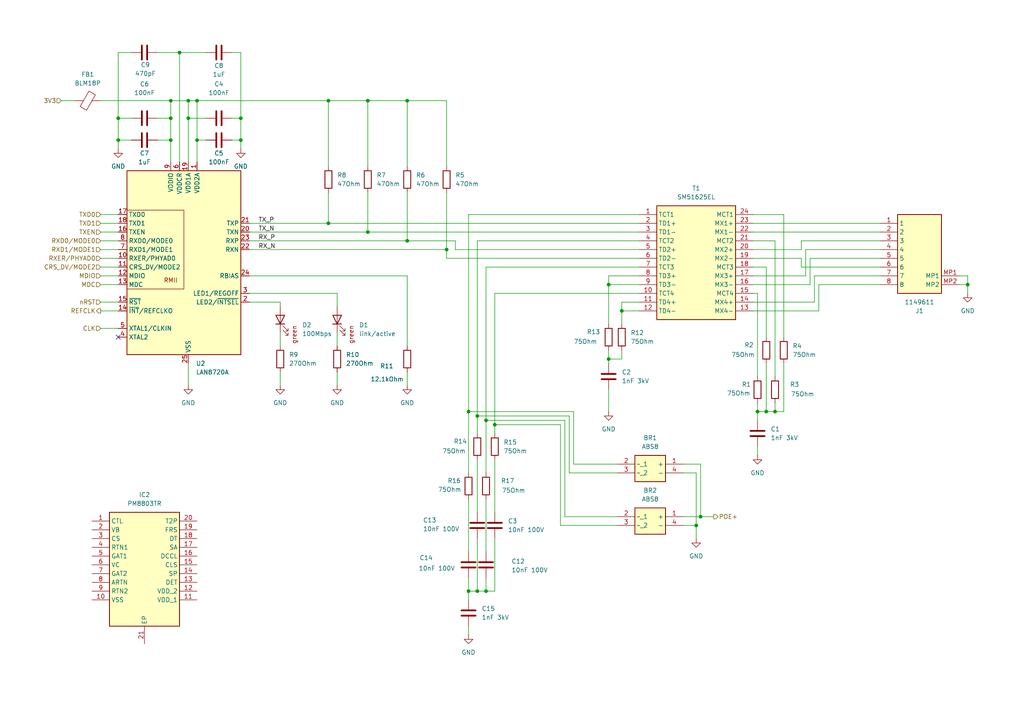
<source format=kicad_sch>
(kicad_sch (version 20231120) (generator "eeschema") (generator_version "8.0")
  (paper "A4")
  (lib_symbols
    (symbol "benediktibk:1149611"
      (property "Reference" "J" (at 19.05 7.62 0))
      (property "Value" "1149611" (at 19.05 5.08 0))
      (symbol "1149611_1_1"
        (rectangle (start 5.08 2.54) (end 17.78 -20.32) (stroke (width 0.254)) (fill (type background)))
        (pin passive line (at 0 -17.78 0) (length 5.08) (name "1") (number "1"))
        (pin passive line (at 0 -15.24 0) (length 5.08) (name "2") (number "2"))
        (pin passive line (at 0 -12.7 0) (length 5.08) (name "3") (number "3"))
        (pin passive line (at 0 -10.16 0) (length 5.08) (name "4") (number "4"))
        (pin passive line (at 0 -7.62 0) (length 5.08) (name "5") (number "5"))
        (pin passive line (at 0 -5.08 0) (length 5.08) (name "6") (number "6"))
        (pin passive line (at 0 -2.54 0) (length 5.08) (name "7") (number "7"))
        (pin passive line (at 0 0 0) (length 5.08) (name "8") (number "8"))
        (pin passive line (at 22.86 -2.54 180) (length 5.08) (name "MP1") (number "MP1"))
        (pin passive line (at 22.86 0 180) (length 5.08) (name "MP2") (number "MP2"))
      )
    )
    (symbol "benediktibk:ABS8"
      (property "Reference" "BR" (at 6.604 7.366 0))
      (property "Value" "ABS8" (at 6.604 4.826 0))
      (symbol "ABS8_1_1"
        (rectangle (start 5.08 2.54) (end 13.97 -5.08) (stroke (width 0.254)) (fill (type background)))
        (pin passive line (at 19.05 0 180) (length 5.08) (name "+") (number "1"))
        (pin passive line (at 0 0 0) (length 5.08) (name "~_1") (number "2"))
        (pin passive line (at 0 -2.54 0) (length 5.08) (name "~_2") (number "3"))
        (pin passive line (at 19.05 -2.54 180) (length 5.08) (name "-") (number "4"))
      )
    )
    (symbol "benediktibk:BLM18P" (pin_numbers hide) (pin_names (offset 0))
      (property "Reference" "FB" (at -3.81 0.635 90))
      (property "Value" "BLM18P" (at 3.81 0 90))
      (symbol "BLM18P_0_1"
        (polyline (pts (xy 0 -1.27) (xy 0 -1.2192)))
        (polyline (pts (xy 0 1.27) (xy 0 1.2954)))
        (polyline (pts (xy -2.7686 0.4064) (xy -1.7018 2.2606) (xy 2.7686 -0.3048) (xy 1.6764 -2.159) (xy -2.7686 0.4064)))
      )
      (symbol "BLM18P_1_1"
        (pin passive line (at 0 3.81 270) (length 2.54) (name "~") (number "1"))
        (pin passive line (at 0 -3.81 90) (length 2.54) (name "~") (number "2"))
      )
    )
    (symbol "benediktibk:C_100nF_SMD_0603_50V" (pin_numbers hide) (pin_names (offset 0.254))
      (property "Reference" "C" (at 0.635 2.54 0))
      (property "Value" "C_100nF_SMD_0603_50V" (at 0.635 -2.54 0))
      (symbol "C_100nF_SMD_0603_50V_0_1"
        (polyline (pts (xy -2.032 -0.762) (xy 2.032 -0.762)) (stroke (width 0.508)))
        (polyline (pts (xy -2.032 0.762) (xy 2.032 0.762)) (stroke (width 0.508)))
      )
      (symbol "C_100nF_SMD_0603_50V_1_1"
        (pin passive line (at 0 3.81 270) (length 2.794) (name "~") (number "1"))
        (pin passive line (at 0 -3.81 90) (length 2.794) (name "~") (number "2"))
      )
    )
    (symbol "benediktibk:C_10nF_SMD_0603_100V_10%" (pin_numbers hide) (pin_names (offset 0.254))
      (property "Reference" "C" (at 0.635 2.54 0))
      (property "Value" "C_10nF_SMD_0603_100V_10%" (at 0.635 -2.54 0))
      (symbol "C_10nF_SMD_0603_100V_10%_0_1"
        (polyline (pts (xy -2.032 -0.762) (xy 2.032 -0.762)) (stroke (width 0.508)))
        (polyline (pts (xy -2.032 0.762) (xy 2.032 0.762)) (stroke (width 0.508)))
      )
      (symbol "C_10nF_SMD_0603_100V_10%_1_1"
        (pin passive line (at 0 3.81 270) (length 2.794) (name "~") (number "1"))
        (pin passive line (at 0 -3.81 90) (length 2.794) (name "~") (number "2"))
      )
    )
    (symbol "benediktibk:C_1nF_SMD_1812_3kV_10%" (pin_numbers hide) (pin_names (offset 0.254))
      (property "Reference" "C" (at 0.635 2.54 0))
      (property "Value" "C_1nF_SMD_1812_3kV_10%" (at 0.635 -2.54 0))
      (symbol "C_1nF_SMD_1812_3kV_10%_0_1"
        (polyline (pts (xy -2.032 -0.762) (xy 2.032 -0.762)) (stroke (width 0.508)))
        (polyline (pts (xy -2.032 0.762) (xy 2.032 0.762)) (stroke (width 0.508)))
      )
      (symbol "C_1nF_SMD_1812_3kV_10%_1_1"
        (pin passive line (at 0 3.81 270) (length 2.794) (name "~") (number "1"))
        (pin passive line (at 0 -3.81 90) (length 2.794) (name "~") (number "2"))
      )
    )
    (symbol "benediktibk:C_1uF_SMD_0603_50V_10%" (pin_numbers hide) (pin_names (offset 0.254))
      (property "Reference" "C" (at 0.635 2.54 0))
      (property "Value" "C_1uF_SMD_0603_50V_10%" (at 0.635 -2.54 0))
      (symbol "C_1uF_SMD_0603_50V_10%_0_1"
        (polyline (pts (xy -2.032 -0.762) (xy 2.032 -0.762)) (stroke (width 0.508)))
        (polyline (pts (xy -2.032 0.762) (xy 2.032 0.762)) (stroke (width 0.508)))
      )
      (symbol "C_1uF_SMD_0603_50V_10%_1_1"
        (pin passive line (at 0 3.81 270) (length 2.794) (name "~") (number "1"))
        (pin passive line (at 0 -3.81 90) (length 2.794) (name "~") (number "2"))
      )
    )
    (symbol "benediktibk:C_470pF_SMD_0603_50V_5%" (pin_numbers hide) (pin_names (offset 0.254))
      (property "Reference" "C" (at 0.635 2.54 0))
      (property "Value" "C_470pF_SMD_0603_50V_5%" (at 0.635 -2.54 0))
      (symbol "C_470pF_SMD_0603_50V_5%_0_1"
        (polyline (pts (xy -2.032 -0.762) (xy 2.032 -0.762)) (stroke (width 0.508)))
        (polyline (pts (xy -2.032 0.762) (xy 2.032 0.762)) (stroke (width 0.508)))
      )
      (symbol "C_470pF_SMD_0603_50V_5%_1_1"
        (pin passive line (at 0 3.81 270) (length 2.794) (name "~") (number "1"))
        (pin passive line (at 0 -3.81 90) (length 2.794) (name "~") (number "2"))
      )
    )
    (symbol "benediktibk:LAN8720A"
      (property "Reference" "U" (at -13.97 29.21 0))
      (property "Value" "LAN8720A" (at 15.24 29.21 0))
      (symbol "LAN8720A_0_0"
        (text "RMII" (at -5.08 -3.81 0) (effects (font (size 1.27 1.27))))
      )
      (symbol "LAN8720A_0_1"
        (rectangle (start -17.78 27.94) (end 15.24 -25.4) (stroke (width 0.254)) (fill (type background)))
        (polyline (pts (xy -17.78 -6.35) (xy -1.27 -6.35) (xy -1.27 16.51) (xy -17.78 16.51)))
      )
      (symbol "LAN8720A_1_1"
        (pin power_in line (at 2.54 30.48 270) (length 2.54) (name "VDD2A") (number "1"))
        (pin output line (at -20.32 2.54 0) (length 2.54) (name "RXER/PHYAD0") (number "10"))
        (pin bidirectional line (at -20.32 0 0) (length 2.54) (name "CRS_DV/MODE2") (number "11"))
        (pin bidirectional line (at -20.32 -2.54 0) (length 2.54) (name "MDIO") (number "12"))
        (pin input line (at -20.32 -5.08 0) (length 2.54) (name "MDC") (number "13"))
        (pin output line (at -20.32 -12.7 0) (length 2.54) (name "~{INT}/REFCLKO") (number "14"))
        (pin input line (at -20.32 -10.16 0) (length 2.54) (name "~{RST}") (number "15"))
        (pin input line (at -20.32 10.16 0) (length 2.54) (name "TXEN") (number "16"))
        (pin input line (at -20.32 15.24 0) (length 2.54) (name "TXD0") (number "17"))
        (pin input line (at -20.32 12.7 0) (length 2.54) (name "TXD1") (number "18"))
        (pin power_in line (at 0 30.48 270) (length 2.54) (name "VDD1A") (number "19"))
        (pin bidirectional line (at 17.78 -10.16 180) (length 2.54) (name "LED2/~{INTSEL}") (number "2"))
        (pin bidirectional line (at 17.78 10.16 180) (length 2.54) (name "TXN") (number "20"))
        (pin bidirectional line (at 17.78 12.7 180) (length 2.54) (name "TXP") (number "21"))
        (pin bidirectional line (at 17.78 5.08 180) (length 2.54) (name "RXN") (number "22"))
        (pin bidirectional line (at 17.78 7.62 180) (length 2.54) (name "RXP") (number "23"))
        (pin passive line (at 17.78 -2.54 180) (length 2.54) (name "RBIAS") (number "24"))
        (pin power_in line (at 0 -27.94 90) (length 2.54) (name "VSS") (number "25"))
        (pin bidirectional line (at 17.78 -7.62 180) (length 2.54) (name "LED1/REGOFF") (number "3"))
        (pin output line (at -20.32 -20.32 0) (length 2.54) (name "XTAL2") (number "4"))
        (pin input line (at -20.32 -17.78 0) (length 2.54) (name "XTAL1/CLKIN") (number "5"))
        (pin power_in line (at -2.54 30.48 270) (length 2.54) (name "VDDCR") (number "6"))
        (pin bidirectional line (at -20.32 5.08 0) (length 2.54) (name "RXD1/MODE1") (number "7"))
        (pin bidirectional line (at -20.32 7.62 0) (length 2.54) (name "RXD0/MODE0") (number "8"))
        (pin power_in line (at -5.08 30.48 270) (length 2.54) (name "VDDIO") (number "9"))
      )
    )
    (symbol "benediktibk:LED_green_0603" (pin_numbers hide) (pin_names (offset 1.016) hide)
      (property "Reference" "D" (at 0 2.54 0))
      (property "Value" "LED_green_0603" (at 0 -2.54 0))
      (symbol "LED_green_0603_0_0"
        (text "green" (at -4.318 -4.064 0) (effects (font (size 1.27 1.27))))
      )
      (symbol "LED_green_0603_0_1"
        (polyline (pts (xy -1.27 -1.27) (xy -1.27 1.27)) (stroke (width 0.254)))
        (polyline (pts (xy -1.27 0) (xy 1.27 0)))
        (polyline (pts (xy 1.27 -1.27) (xy 1.27 1.27) (xy -1.27 0) (xy 1.27 -1.27)) (stroke (width 0.254)))
        (polyline (pts (xy -3.048 -0.762) (xy -4.572 -2.286) (xy -3.81 -2.286) (xy -4.572 -2.286) (xy -4.572 -1.524)))
        (polyline (pts (xy -1.778 -0.762) (xy -3.302 -2.286) (xy -2.54 -2.286) (xy -3.302 -2.286) (xy -3.302 -1.524)))
      )
      (symbol "LED_green_0603_1_1"
        (pin passive line (at -3.81 0 0) (length 2.54) (name "K") (number "1"))
        (pin passive line (at 3.81 0 180) (length 2.54) (name "A") (number "2"))
      )
    )
    (symbol "benediktibk:PM8803TR"
      (property "Reference" "IC" (at 26.67 7.62 0))
      (property "Value" "PM8803TR" (at 26.67 5.08 0))
      (symbol "PM8803TR_1_1"
        (rectangle (start 5.08 2.54) (end 25.4 -30.48) (stroke (width 0.254)) (fill (type background)))
        (pin passive line (at 0 0 0) (length 5.08) (name "CTL") (number "1"))
        (pin passive line (at 0 -22.86 0) (length 5.08) (name "VSS") (number "10"))
        (pin passive line (at 30.48 -22.86 180) (length 5.08) (name "VDD_1") (number "11"))
        (pin passive line (at 30.48 -20.32 180) (length 5.08) (name "VDD_2") (number "12"))
        (pin passive line (at 30.48 -17.78 180) (length 5.08) (name "DET") (number "13"))
        (pin passive line (at 30.48 -15.24 180) (length 5.08) (name "SP") (number "14"))
        (pin passive line (at 30.48 -12.7 180) (length 5.08) (name "CLS") (number "15"))
        (pin passive line (at 30.48 -10.16 180) (length 5.08) (name "DCCL") (number "16"))
        (pin passive line (at 30.48 -7.62 180) (length 5.08) (name "SA") (number "17"))
        (pin passive line (at 30.48 -5.08 180) (length 5.08) (name "DT") (number "18"))
        (pin passive line (at 30.48 -2.54 180) (length 5.08) (name "FRS") (number "19"))
        (pin passive line (at 0 -2.54 0) (length 5.08) (name "VB") (number "2"))
        (pin passive line (at 30.48 0 180) (length 5.08) (name "T2P") (number "20"))
        (pin passive line (at 15.24 -35.56 90) (length 5.08) (name "EP") (number "21"))
        (pin passive line (at 0 -5.08 0) (length 5.08) (name "CS") (number "3"))
        (pin passive line (at 0 -7.62 0) (length 5.08) (name "RTN1") (number "4"))
        (pin passive line (at 0 -10.16 0) (length 5.08) (name "GAT1") (number "5"))
        (pin passive line (at 0 -12.7 0) (length 5.08) (name "VC") (number "6"))
        (pin passive line (at 0 -15.24 0) (length 5.08) (name "GAT2") (number "7"))
        (pin passive line (at 0 -17.78 0) (length 5.08) (name "ARTN") (number "8"))
        (pin passive line (at 0 -20.32 0) (length 5.08) (name "RTN2") (number "9"))
      )
    )
    (symbol "benediktibk:R_12_1kOhm_SMD_0603_100mW_1%" (pin_numbers hide) (pin_names (offset 0))
      (property "Reference" "R" (at 2.032 0 90))
      (property "Value" "R_12_1kOhm_SMD_0603_100mW_1%" (at -5.588 -1.016 90))
      (symbol "R_12_1kOhm_SMD_0603_100mW_1%_0_1"
        (rectangle (start -1.016 -2.54) (end 1.016 2.54) (stroke (width 0.254)))
      )
      (symbol "R_12_1kOhm_SMD_0603_100mW_1%_1_1"
        (pin passive line (at 0 3.81 270) (length 1.27) (name "~") (number "1"))
        (pin passive line (at 0 -3.81 90) (length 1.27) (name "~") (number "2"))
      )
    )
    (symbol "benediktibk:R_270Ohm_SMD_0603_100mW_1%" (pin_numbers hide) (pin_names (offset 0))
      (property "Reference" "R" (at 2.032 0 90))
      (property "Value" "R_270Ohm_SMD_0603_100mW_1%" (at -5.588 -1.016 90))
      (symbol "R_270Ohm_SMD_0603_100mW_1%_0_1"
        (rectangle (start -1.016 -2.54) (end 1.016 2.54) (stroke (width 0.254)))
      )
      (symbol "R_270Ohm_SMD_0603_100mW_1%_1_1"
        (pin passive line (at 0 3.81 270) (length 1.27) (name "~") (number "1"))
        (pin passive line (at 0 -3.81 90) (length 1.27) (name "~") (number "2"))
      )
    )
    (symbol "benediktibk:R_47Ohm_SMD_0603_100mW_1%" (pin_numbers hide) (pin_names (offset 0))
      (property "Reference" "R" (at 2.032 0 90))
      (property "Value" "R_47Ohm_SMD_0603_100mW_1%" (at -5.588 -1.016 90))
      (symbol "R_47Ohm_SMD_0603_100mW_1%_0_1"
        (rectangle (start -1.016 -2.54) (end 1.016 2.54) (stroke (width 0.254)))
      )
      (symbol "R_47Ohm_SMD_0603_100mW_1%_1_1"
        (pin passive line (at 0 3.81 270) (length 1.27) (name "~") (number "1"))
        (pin passive line (at 0 -3.81 90) (length 1.27) (name "~") (number "2"))
      )
    )
    (symbol "benediktibk:R_75Ohm_SMD_0603_100mW_1%" (pin_numbers hide) (pin_names (offset 0))
      (property "Reference" "R" (at 2.032 0 90))
      (property "Value" "R_75Ohm_SMD_0603_100mW_1%" (at -5.588 -1.016 90))
      (symbol "R_75Ohm_SMD_0603_100mW_1%_0_1"
        (rectangle (start -1.016 -2.54) (end 1.016 2.54) (stroke (width 0.254)))
      )
      (symbol "R_75Ohm_SMD_0603_100mW_1%_1_1"
        (pin passive line (at 0 3.81 270) (length 1.27) (name "~") (number "1"))
        (pin passive line (at 0 -3.81 90) (length 1.27) (name "~") (number "2"))
      )
    )
    (symbol "benediktibk:SM51625EL"
      (property "Reference" "T" (at 29.21 7.62 0))
      (property "Value" "SM51625EL" (at 29.21 5.08 0))
      (symbol "SM51625EL_1_1"
        (rectangle (start 5.08 2.54) (end 27.94 -30.48) (stroke (width 0.254)) (fill (type background)))
        (pin passive line (at 0 0 0) (length 5.08) (name "TCT1") (number "1"))
        (pin passive line (at 0 -22.86 0) (length 5.08) (name "TCT4") (number "10"))
        (pin passive line (at 0 -25.4 0) (length 5.08) (name "TD4+") (number "11"))
        (pin passive line (at 0 -27.94 0) (length 5.08) (name "TD4-") (number "12"))
        (pin passive line (at 33.02 -27.94 180) (length 5.08) (name "MX4-") (number "13"))
        (pin passive line (at 33.02 -25.4 180) (length 5.08) (name "MX4+") (number "14"))
        (pin passive line (at 33.02 -22.86 180) (length 5.08) (name "MCT4") (number "15"))
        (pin passive line (at 33.02 -20.32 180) (length 5.08) (name "MX3-") (number "16"))
        (pin passive line (at 33.02 -17.78 180) (length 5.08) (name "MX3+") (number "17"))
        (pin passive line (at 33.02 -15.24 180) (length 5.08) (name "MCT3") (number "18"))
        (pin passive line (at 33.02 -12.7 180) (length 5.08) (name "MX2-") (number "19"))
        (pin passive line (at 0 -2.54 0) (length 5.08) (name "TD1+") (number "2"))
        (pin passive line (at 33.02 -10.16 180) (length 5.08) (name "MX2+") (number "20"))
        (pin passive line (at 33.02 -7.62 180) (length 5.08) (name "MCT2") (number "21"))
        (pin passive line (at 33.02 -5.08 180) (length 5.08) (name "MX1-") (number "22"))
        (pin passive line (at 33.02 -2.54 180) (length 5.08) (name "MX1+") (number "23"))
        (pin passive line (at 33.02 0 180) (length 5.08) (name "MCT1") (number "24"))
        (pin passive line (at 0 -5.08 0) (length 5.08) (name "TD1-") (number "3"))
        (pin passive line (at 0 -7.62 0) (length 5.08) (name "TCT2") (number "4"))
        (pin passive line (at 0 -10.16 0) (length 5.08) (name "TD2+") (number "5"))
        (pin passive line (at 0 -12.7 0) (length 5.08) (name "TD2-") (number "6"))
        (pin passive line (at 0 -15.24 0) (length 5.08) (name "TCT3") (number "7"))
        (pin passive line (at 0 -17.78 0) (length 5.08) (name "TD3+") (number "8"))
        (pin passive line (at 0 -20.32 0) (length 5.08) (name "TD3-") (number "9"))
      )
    )
    (symbol "power:GND" (power) (pin_numbers hide) (pin_names (offset 0) hide)
      (property "Value" "GND" (at 0 -3.81 0))
      (symbol "GND_0_1"
        (polyline (pts (xy 0 0) (xy 0 -1.27) (xy 1.27 -1.27) (xy 0 -2.54) (xy -1.27 -1.27) (xy 0 -1.27)))
      )
      (symbol "GND_1_1"
        (pin power_in line (at 0 0 270) (length 0) (name "~") (number "1"))
      )
    )
  )
  (junction (at 95.25 64.77))
  (junction (at 135.89 119.38))
  (junction (at 224.79 119.38))
  (junction (at 176.53 82.55))
  (junction (at 106.68 29.21))
  (junction (at 49.53 40.64))
  (junction (at 69.85 34.29))
  (junction (at 135.89 171.45))
  (junction (at 201.93 152.4))
  (junction (at 49.53 29.21))
  (junction (at 176.53 104.14))
  (junction (at 52.07 15.24))
  (junction (at 219.71 119.38))
  (junction (at 54.61 29.21))
  (junction (at 57.15 40.64))
  (junction (at 140.97 171.45))
  (junction (at 118.11 29.21))
  (junction (at 280.67 82.55))
  (junction (at 34.29 40.64))
  (junction (at 138.43 120.65))
  (junction (at 203.2 149.86))
  (junction (at 69.85 40.64))
  (junction (at 57.15 29.21))
  (junction (at 106.68 67.31))
  (junction (at 222.25 119.38))
  (junction (at 49.53 34.29))
  (junction (at 180.34 90.17))
  (junction (at 143.51 123.19))
  (junction (at 95.25 29.21))
  (junction (at 138.43 171.45))
  (junction (at 129.54 72.39))
  (junction (at 118.11 69.85))
  (junction (at 54.61 34.29))
  (junction (at 34.29 34.29))
  (junction (at 140.97 121.92))
  (no_connect (at 34.29 97.79))
  (wire (pts (xy 38.1 15.24) (xy 34.29 15.24)))
  (wire (pts (xy 118.11 29.21) (xy 106.68 29.21)))
  (wire (pts (xy 143.51 133.35) (xy 143.51 148.59)))
  (wire (pts (xy 179.07 137.16) (xy 165.1 137.16)))
  (wire (pts (xy 201.93 137.16) (xy 201.93 152.4)))
  (wire (pts (xy 81.28 96.52) (xy 81.28 100.33)))
  (wire (pts (xy 52.07 46.99) (xy 52.07 15.24)))
  (wire (pts (xy 54.61 105.41) (xy 54.61 111.76)))
  (wire (pts (xy 72.39 67.31) (xy 106.68 67.31)))
  (wire (pts (xy 95.25 55.88) (xy 95.25 64.77)))
  (wire (pts (xy 166.37 119.38) (xy 135.89 119.38)))
  (wire (pts (xy 67.31 40.64) (xy 69.85 40.64)))
  (wire (pts (xy 255.27 72.39) (xy 233.68 72.39)))
  (wire (pts (xy 106.68 55.88) (xy 106.68 67.31)))
  (wire (pts (xy 219.71 129.54) (xy 219.71 132.08)))
  (wire (pts (xy 34.29 40.64) (xy 34.29 34.29)))
  (wire (pts (xy 29.21 29.21) (xy 49.53 29.21)))
  (wire (pts (xy 176.53 82.55) (xy 176.53 93.98)))
  (wire (pts (xy 162.56 123.19) (xy 143.51 123.19)))
  (wire (pts (xy 29.21 64.77) (xy 34.29 64.77)))
  (wire (pts (xy 29.21 95.25) (xy 34.29 95.25)))
  (wire (pts (xy 163.83 121.92) (xy 140.97 121.92)))
  (wire (pts (xy 201.93 152.4) (xy 198.12 152.4)))
  (wire (pts (xy 138.43 69.85) (xy 185.42 69.85)))
  (wire (pts (xy 69.85 34.29) (xy 69.85 40.64)))
  (wire (pts (xy 219.71 85.09) (xy 219.71 109.22)))
  (wire (pts (xy 236.22 80.01) (xy 236.22 87.63)))
  (wire (pts (xy 29.21 67.31) (xy 34.29 67.31)))
  (wire (pts (xy 129.54 29.21) (xy 118.11 29.21)))
  (wire (pts (xy 255.27 74.93) (xy 234.95 74.93)))
  (wire (pts (xy 255.27 80.01) (xy 236.22 80.01)))
  (wire (pts (xy 57.15 40.64) (xy 59.69 40.64)))
  (wire (pts (xy 203.2 134.62) (xy 203.2 149.86)))
  (wire (pts (xy 29.21 90.17) (xy 34.29 90.17)))
  (wire (pts (xy 176.53 104.14) (xy 180.34 104.14)))
  (wire (pts (xy 34.29 40.64) (xy 38.1 40.64)))
  (wire (pts (xy 163.83 149.86) (xy 163.83 121.92)))
  (wire (pts (xy 140.97 77.47) (xy 185.42 77.47)))
  (wire (pts (xy 255.27 82.55) (xy 237.49 82.55)))
  (wire (pts (xy 138.43 69.85) (xy 138.43 120.65)))
  (wire (pts (xy 57.15 29.21) (xy 95.25 29.21)))
  (wire (pts (xy 219.71 121.92) (xy 219.71 119.38)))
  (wire (pts (xy 180.34 90.17) (xy 185.42 90.17)))
  (wire (pts (xy 255.27 77.47) (xy 232.41 77.47)))
  (wire (pts (xy 180.34 90.17) (xy 180.34 93.98)))
  (wire (pts (xy 224.79 69.85) (xy 224.79 109.22)))
  (wire (pts (xy 201.93 152.4) (xy 201.93 156.21)))
  (wire (pts (xy 203.2 149.86) (xy 198.12 149.86)))
  (wire (pts (xy 49.53 29.21) (xy 54.61 29.21)))
  (wire (pts (xy 138.43 171.45) (xy 140.97 171.45)))
  (wire (pts (xy 54.61 46.99) (xy 54.61 34.29)))
  (wire (pts (xy 95.25 48.26) (xy 95.25 29.21)))
  (wire (pts (xy 227.33 62.23) (xy 218.44 62.23)))
  (wire (pts (xy 106.68 48.26) (xy 106.68 29.21)))
  (wire (pts (xy 179.07 134.62) (xy 166.37 134.62)))
  (wire (pts (xy 135.89 171.45) (xy 135.89 173.99)))
  (wire (pts (xy 72.39 87.63) (xy 81.28 87.63)))
  (wire (pts (xy 140.97 167.64) (xy 140.97 171.45)))
  (wire (pts (xy 95.25 64.77) (xy 185.42 64.77)))
  (wire (pts (xy 34.29 15.24) (xy 34.29 34.29)))
  (wire (pts (xy 255.27 69.85) (xy 232.41 69.85)))
  (wire (pts (xy 218.44 82.55) (xy 234.95 82.55)))
  (wire (pts (xy 227.33 119.38) (xy 227.33 105.41)))
  (wire (pts (xy 222.25 105.41) (xy 222.25 119.38)))
  (wire (pts (xy 97.79 107.95) (xy 97.79 111.76)))
  (wire (pts (xy 34.29 34.29) (xy 38.1 34.29)))
  (wire (pts (xy 218.44 80.01) (xy 233.68 80.01)))
  (wire (pts (xy 219.71 119.38) (xy 222.25 119.38)))
  (wire (pts (xy 203.2 149.86) (xy 207.01 149.86)))
  (wire (pts (xy 129.54 74.93) (xy 185.42 74.93)))
  (wire (pts (xy 29.21 72.39) (xy 34.29 72.39)))
  (wire (pts (xy 29.21 74.93) (xy 34.29 74.93)))
  (wire (pts (xy 45.72 34.29) (xy 49.53 34.29)))
  (wire (pts (xy 72.39 64.77) (xy 95.25 64.77)))
  (wire (pts (xy 162.56 152.4) (xy 162.56 123.19)))
  (wire (pts (xy 29.21 62.23) (xy 34.29 62.23)))
  (wire (pts (xy 49.53 34.29) (xy 49.53 40.64)))
  (wire (pts (xy 34.29 43.18) (xy 34.29 40.64)))
  (wire (pts (xy 198.12 134.62) (xy 203.2 134.62)))
  (wire (pts (xy 180.34 101.6) (xy 180.34 104.14)))
  (wire (pts (xy 118.11 55.88) (xy 118.11 69.85)))
  (wire (pts (xy 280.67 82.55) (xy 280.67 85.09)))
  (wire (pts (xy 72.39 72.39) (xy 129.54 72.39)))
  (wire (pts (xy 232.41 74.93) (xy 218.44 74.93)))
  (wire (pts (xy 165.1 137.16) (xy 165.1 120.65)))
  (wire (pts (xy 57.15 29.21) (xy 57.15 40.64)))
  (wire (pts (xy 234.95 74.93) (xy 234.95 82.55)))
  (wire (pts (xy 69.85 15.24) (xy 69.85 34.29)))
  (wire (pts (xy 179.07 149.86) (xy 163.83 149.86)))
  (wire (pts (xy 49.53 40.64) (xy 49.53 46.99)))
  (wire (pts (xy 222.25 119.38) (xy 224.79 119.38)))
  (wire (pts (xy 138.43 120.65) (xy 138.43 125.73)))
  (wire (pts (xy 72.39 69.85) (xy 118.11 69.85)))
  (wire (pts (xy 180.34 87.63) (xy 180.34 90.17)))
  (wire (pts (xy 222.25 97.79) (xy 222.25 77.47)))
  (wire (pts (xy 176.53 80.01) (xy 176.53 82.55)))
  (wire (pts (xy 132.08 72.39) (xy 132.08 69.85)))
  (wire (pts (xy 118.11 80.01) (xy 72.39 80.01)))
  (wire (pts (xy 129.54 55.88) (xy 129.54 72.39)))
  (wire (pts (xy 227.33 97.79) (xy 227.33 62.23)))
  (wire (pts (xy 135.89 62.23) (xy 135.89 119.38)))
  (wire (pts (xy 232.41 69.85) (xy 232.41 72.39)))
  (wire (pts (xy 118.11 48.26) (xy 118.11 29.21)))
  (wire (pts (xy 176.53 113.03) (xy 176.53 119.38)))
  (wire (pts (xy 232.41 72.39) (xy 218.44 72.39)))
  (wire (pts (xy 179.07 152.4) (xy 162.56 152.4)))
  (wire (pts (xy 45.72 40.64) (xy 49.53 40.64)))
  (wire (pts (xy 218.44 90.17) (xy 237.49 90.17)))
  (wire (pts (xy 118.11 100.33) (xy 118.11 80.01)))
  (wire (pts (xy 233.68 72.39) (xy 233.68 80.01)))
  (wire (pts (xy 176.53 104.14) (xy 176.53 105.41)))
  (wire (pts (xy 132.08 72.39) (xy 185.42 72.39)))
  (wire (pts (xy 106.68 67.31) (xy 185.42 67.31)))
  (wire (pts (xy 29.21 69.85) (xy 34.29 69.85)))
  (wire (pts (xy 135.89 171.45) (xy 138.43 171.45)))
  (wire (pts (xy 218.44 67.31) (xy 255.27 67.31)))
  (wire (pts (xy 218.44 64.77) (xy 255.27 64.77)))
  (wire (pts (xy 176.53 101.6) (xy 176.53 104.14)))
  (wire (pts (xy 224.79 119.38) (xy 227.33 119.38)))
  (wire (pts (xy 138.43 133.35) (xy 138.43 148.59)))
  (wire (pts (xy 129.54 48.26) (xy 129.54 29.21)))
  (wire (pts (xy 218.44 85.09) (xy 219.71 85.09)))
  (wire (pts (xy 97.79 85.09) (xy 97.79 88.9)))
  (wire (pts (xy 143.51 171.45) (xy 143.51 156.21)))
  (wire (pts (xy 81.28 87.63) (xy 81.28 88.9)))
  (wire (pts (xy 132.08 69.85) (xy 118.11 69.85)))
  (wire (pts (xy 135.89 119.38) (xy 135.89 137.16)))
  (wire (pts (xy 140.97 121.92) (xy 140.97 137.16)))
  (wire (pts (xy 97.79 96.52) (xy 97.79 100.33)))
  (wire (pts (xy 280.67 80.01) (xy 280.67 82.55)))
  (wire (pts (xy 232.41 77.47) (xy 232.41 74.93)))
  (wire (pts (xy 237.49 82.55) (xy 237.49 90.17)))
  (wire (pts (xy 135.89 62.23) (xy 185.42 62.23)))
  (wire (pts (xy 222.25 77.47) (xy 218.44 77.47)))
  (wire (pts (xy 129.54 72.39) (xy 129.54 74.93)))
  (wire (pts (xy 165.1 120.65) (xy 138.43 120.65)))
  (wire (pts (xy 140.97 77.47) (xy 140.97 121.92)))
  (wire (pts (xy 198.12 137.16) (xy 201.93 137.16)))
  (wire (pts (xy 185.42 80.01) (xy 176.53 80.01)))
  (wire (pts (xy 95.25 29.21) (xy 106.68 29.21)))
  (wire (pts (xy 57.15 40.64) (xy 57.15 46.99)))
  (wire (pts (xy 29.21 77.47) (xy 34.29 77.47)))
  (wire (pts (xy 185.42 87.63) (xy 180.34 87.63)))
  (wire (pts (xy 219.71 119.38) (xy 219.71 116.84)))
  (wire (pts (xy 49.53 29.21) (xy 49.53 34.29)))
  (wire (pts (xy 143.51 85.09) (xy 185.42 85.09)))
  (wire (pts (xy 29.21 80.01) (xy 34.29 80.01)))
  (wire (pts (xy 218.44 87.63) (xy 236.22 87.63)))
  (wire (pts (xy 54.61 34.29) (xy 54.61 29.21)))
  (wire (pts (xy 278.13 80.01) (xy 280.67 80.01)))
  (wire (pts (xy 54.61 34.29) (xy 59.69 34.29)))
  (wire (pts (xy 135.89 181.61) (xy 135.89 184.15)))
  (wire (pts (xy 138.43 156.21) (xy 138.43 171.45)))
  (wire (pts (xy 54.61 29.21) (xy 57.15 29.21)))
  (wire (pts (xy 29.21 82.55) (xy 34.29 82.55)))
  (wire (pts (xy 176.53 82.55) (xy 185.42 82.55)))
  (wire (pts (xy 67.31 15.24) (xy 69.85 15.24)))
  (wire (pts (xy 45.72 15.24) (xy 52.07 15.24)))
  (wire (pts (xy 135.89 167.64) (xy 135.89 171.45)))
  (wire (pts (xy 140.97 144.78) (xy 140.97 160.02)))
  (wire (pts (xy 143.51 123.19) (xy 143.51 125.73)))
  (wire (pts (xy 81.28 107.95) (xy 81.28 111.76)))
  (wire (pts (xy 135.89 144.78) (xy 135.89 160.02)))
  (wire (pts (xy 278.13 82.55) (xy 280.67 82.55)))
  (wire (pts (xy 72.39 85.09) (xy 97.79 85.09)))
  (wire (pts (xy 224.79 116.84) (xy 224.79 119.38)))
  (wire (pts (xy 143.51 85.09) (xy 143.51 123.19)))
  (wire (pts (xy 67.31 34.29) (xy 69.85 34.29)))
  (wire (pts (xy 69.85 43.18) (xy 69.85 40.64)))
  (wire (pts (xy 166.37 134.62) (xy 166.37 119.38)))
  (wire (pts (xy 224.79 69.85) (xy 218.44 69.85)))
  (wire (pts (xy 29.21 87.63) (xy 34.29 87.63)))
  (wire (pts (xy 118.11 107.95) (xy 118.11 111.76)))
  (wire (pts (xy 17.78 29.21) (xy 21.59 29.21)))
  (wire (pts (xy 140.97 171.45) (xy 143.51 171.45)))
  (wire (pts (xy 52.07 15.24) (xy 59.69 15.24)))
  (label "RX_N" (at 74.93 72.39 0))
  (label "TX_P" (at 74.93 64.77 0))
  (label "RX_P" (at 74.93 69.85 0))
  (label "TX_N" (at 74.93 67.31 0))
  (hierarchical_label "CLK" (shape input) (at 29.21 95.25 180))
  (hierarchical_label "TXD1" (shape input) (at 29.21 64.77 180))
  (hierarchical_label "REFCLK" (shape output) (at 29.21 90.17 180))
  (hierarchical_label "TXEN" (shape input) (at 29.21 67.31 180))
  (hierarchical_label "CRS_DV{slash}MODE2" (shape input) (at 29.21 77.47 180))
  (hierarchical_label "nRST" (shape input) (at 29.21 87.63 180))
  (hierarchical_label "RXD0{slash}MODE0" (shape input) (at 29.21 69.85 180))
  (hierarchical_label "RXD1{slash}MODE1" (shape input) (at 29.21 72.39 180))
  (hierarchical_label "MDIO" (shape input) (at 29.21 80.01 180))
  (hierarchical_label "POE+" (shape output) (at 207.01 149.86 0))
  (hierarchical_label "TXD0" (shape input) (at 29.21 62.23 180))
  (hierarchical_label "3V3" (shape input) (at 17.78 29.21 180))
  (hierarchical_label "RXER{slash}PHYAD0" (shape input) (at 29.21 74.93 180))
  (hierarchical_label "MDC" (shape input) (at 29.21 82.55 180))
  (symbol (lib_id "benediktibk:ABS8") (at 179.07 134.62 0) (unit 1)
    (property "Reference" "BR1" (at 188.595 127 0))
    (property "Value" "ABS8" (at 188.595 129.54 0))
    (property "Footprint" "benediktibk:ABS8" (effects (hide yes)))
    (property "Datasheet" "https://datasheetspdf.com/pdf-file/1391019/SMCDiode/ABS8/1" (effects (hide yes)))
    (property "Description" "Diode Rectifier Bridge Single 800V 1A 4-Pin Case ABS T/R" (effects (hide yes)))
    (property "Height" "1.7" (effects (hide yes)))
    (property "Mouser Part Number" "637-ABS8" (effects (hide yes)))
    (property "Mouser Price/Stock" "https://www.mouser.co.uk/ProductDetail/Diotec-Semiconductor/ABS8?qs=OlC7AqGiEDl1rAye1%2FSZiw%3D%3D" (effects (hide yes)))
    (property "Manufacturer_Name" "Diotec" (effects (hide yes)))
    (property "Manufacturer_Part_Number" "ABS8" (effects (hide yes)))
  )
  (symbol (lib_id "benediktibk:R_47Ohm_SMD_0603_100mW_1%") (at 129.54 52.07 0) (unit 1)
    (property "Reference" "R5" (at 132.08 50.7999 0) (effects (justify left)))
    (property "Value" "47Ohm" (at 132.08 53.3399 0) (effects (justify left)))
    (property "Footprint" "benediktibk:R_0603_1608Metric_Pad0.98x0.95mm_HandSolder" (effects (hide yes)))
    (property "Description" "Resistor" (effects (hide yes)))
    (property "RS order number" "901-3513" (effects (hide yes)))
  )
  (symbol (lib_id "benediktibk:BLM18P") (at 25.4 29.21 270) (unit 1)
    (property "Reference" "FB1" (at 25.4508 21.59 90))
    (property "Value" "BLM18P" (at 25.4508 24.13 90))
    (property "Footprint" "benediktibk:R_0603_1608Metric_Pad0.98x0.95mm_HandSolder" (effects (hide yes)))
    (property "Description" "Ferrite bead" (effects (hide yes)))
    (property "RS order number" "724-1403" (effects (hide yes)))
    (property "Mouser Part Number" "81-BLM11P300S" (effects (hide yes)))
  )
  (symbol (lib_id "benediktibk:R_47Ohm_SMD_0603_100mW_1%") (at 95.25 52.07 0) (unit 1)
    (property "Reference" "R8" (at 97.79 50.7999 0) (effects (justify left)))
    (property "Value" "47Ohm" (at 97.79 53.3399 0) (effects (justify left)))
    (property "Footprint" "benediktibk:R_0603_1608Metric_Pad0.98x0.95mm_HandSolder" (effects (hide yes)))
    (property "Description" "Resistor" (effects (hide yes)))
    (property "RS order number" "901-3513" (effects (hide yes)))
  )
  (symbol (lib_id "benediktibk:C_10nF_SMD_0603_100V_10%") (at 135.89 163.83 0) (unit 1)
    (property "Reference" "C14" (at 121.666 161.798 0) (effects (justify left)))
    (property "Value" "10nF 100V" (at 121.412 164.846 0) (effects (justify left)))
    (property "Footprint" "benediktibk:C_0603_1608Metric_Pad1.08x0.95mm_HandSolder" (effects (hide yes)))
    (property "Description" "Unpolarized capacitor" (effects (hide yes)))
    (property "RS order number" "135-6315" (effects (hide yes)))
    (property "Mouser Part Number" "581-06031C103K4T2A" (effects (hide yes)))
  )
  (symbol (lib_id "power:GND") (at 219.71 132.08 0) (unit 1)
    (property "Reference" "#PWR1" (effects (hide yes)))
    (property "Value" "GND" (at 219.71 137.16 0))
    (property "Description" "Power symbol creates a global label with name \"GND\" , ground" (effects (hide yes)))
  )
  (symbol (lib_id "benediktibk:C_1nF_SMD_1812_3kV_10%") (at 135.89 177.8 0) (unit 1)
    (property "Reference" "C15" (at 139.7 176.5299 0) (effects (justify left)))
    (property "Value" "1nF 3kV" (at 139.7 179.0699 0) (effects (justify left)))
    (property "Footprint" "benediktibk:C_0603_1608Metric_Pad1.08x0.95mm_HandSolder" (effects (hide yes)))
    (property "Description" "Unpolarized capacitor" (effects (hide yes)))
    (property "Mouser Part Number" "791-1812B102K302CT" (effects (hide yes)))
  )
  (symbol (lib_id "benediktibk:C_470pF_SMD_0603_50V_5%") (at 41.91 15.24 270) (unit 1)
    (property "Reference" "C9" (at 42.164 18.796 90))
    (property "Value" "470pF" (at 42.164 21.336 90))
    (property "Footprint" "benediktibk:C_0603_1608Metric_Pad1.08x0.95mm_HandSolder" (effects (hide yes)))
    (property "Description" "Unpolarized capacitor" (effects (hide yes)))
    (property "Mouser Part Number" "187-CL10C471JB81PNC" (effects (hide yes)))
  )
  (symbol (lib_id "power:GND") (at 280.67 85.09 0) (unit 1)
    (property "Reference" "#PWR4" (effects (hide yes)))
    (property "Value" "GND" (at 280.67 90.17 0))
    (property "Description" "Power symbol creates a global label with name \"GND\" , ground" (effects (hide yes)))
  )
  (symbol (lib_id "power:GND") (at 69.85 43.18 0) (unit 1)
    (property "Reference" "#PWR5" (effects (hide yes)))
    (property "Value" "GND" (at 69.85 48.26 0))
    (property "Description" "Power symbol creates a global label with name \"GND\" , ground" (effects (hide yes)))
  )
  (symbol (lib_id "power:GND") (at 135.89 184.15 0) (unit 1)
    (property "Reference" "#PWR3" (effects (hide yes)))
    (property "Value" "GND" (at 135.89 189.23 0))
    (property "Description" "Power symbol creates a global label with name \"GND\" , ground" (effects (hide yes)))
  )
  (symbol (lib_id "power:GND") (at 81.28 111.76 0) (unit 1)
    (property "Reference" "#PWR8" (effects (hide yes)))
    (property "Value" "GND" (at 81.28 116.84 0))
    (property "Description" "Power symbol creates a global label with name \"GND\" , ground" (effects (hide yes)))
  )
  (symbol (lib_id "benediktibk:C_1nF_SMD_1812_3kV_10%") (at 176.53 109.22 0) (unit 1)
    (property "Reference" "C2" (at 180.34 107.9499 0) (effects (justify left)))
    (property "Value" "1nF 3kV" (at 180.34 110.4899 0) (effects (justify left)))
    (property "Footprint" "benediktibk:C_0603_1608Metric_Pad1.08x0.95mm_HandSolder" (effects (hide yes)))
    (property "Description" "Unpolarized capacitor" (effects (hide yes)))
    (property "Mouser Part Number" "791-1812B102K302CT" (effects (hide yes)))
  )
  (symbol (lib_id "benediktibk:R_75Ohm_SMD_0603_100mW_1%") (at 227.33 101.6 0) (unit 1)
    (property "Reference" "R4" (at 229.87 100.3299 0) (effects (justify left)))
    (property "Value" "75Ohm" (at 229.87 102.8699 0) (effects (justify left)))
    (property "Footprint" "benediktibk:R_0603_1608Metric_Pad0.98x0.95mm_HandSolder" (effects (hide yes)))
    (property "Description" "Resistor" (effects (hide yes)))
    (property "Mouser Part Number" "71-CRCW060375R0FKEAC " (effects (hide yes)))
  )
  (symbol (lib_id "benediktibk:R_75Ohm_SMD_0603_100mW_1%") (at 140.97 140.97 0) (unit 1)
    (property "Reference" "R17" (at 145.288 139.446 0) (effects (justify left)))
    (property "Value" "75Ohm" (at 145.542 142.24 0) (effects (justify left)))
    (property "Footprint" "benediktibk:R_0603_1608Metric_Pad0.98x0.95mm_HandSolder" (effects (hide yes)))
    (property "Description" "Resistor" (effects (hide yes)))
    (property "Mouser Part Number" "71-CRCW060375R0FKEAC " (effects (hide yes)))
  )
  (symbol (lib_id "benediktibk:C_100nF_SMD_0603_50V") (at 41.91 34.29 270) (unit 1)
    (property "Reference" "C6" (at 41.91 24.384 90))
    (property "Value" "100nF" (at 41.91 26.924 90))
    (property "Footprint" "benediktibk:C_0603_1608Metric_Pad1.08x0.95mm_HandSolder" (effects (hide yes)))
    (property "Description" "Unpolarized capacitor" (effects (hide yes)))
    (property "RS order number" "242-7372" (effects (hide yes)))
    (property "Mouser Part Number" "581-KGM15BR71H104KM" (effects (hide yes)))
  )
  (symbol (lib_id "power:GND") (at 118.11 111.76 0) (unit 1)
    (property "Reference" "#PWR10" (effects (hide yes)))
    (property "Value" "GND" (at 118.11 116.84 0))
    (property "Description" "Power symbol creates a global label with name \"GND\" , ground" (effects (hide yes)))
  )
  (symbol (lib_id "benediktibk:C_100nF_SMD_0603_50V") (at 63.5 40.64 90) (unit 1)
    (property "Reference" "C5" (at 63.5 44.45 90))
    (property "Value" "100nF" (at 63.5 46.99 90))
    (property "Footprint" "benediktibk:C_0603_1608Metric_Pad1.08x0.95mm_HandSolder" (effects (hide yes)))
    (property "Description" "Unpolarized capacitor" (effects (hide yes)))
    (property "RS order number" "242-7372" (effects (hide yes)))
    (property "Mouser Part Number" "581-KGM15BR71H104KM" (effects (hide yes)))
  )
  (symbol (lib_id "benediktibk:LAN8720A") (at 54.61 77.47 0) (unit 1)
    (property "Reference" "U2" (at 56.8041 105.41 0) (effects (justify left)))
    (property "Value" "LAN8720A" (at 56.8041 107.95 0) (effects (justify left)))
    (property "Footprint" "benediktibk:QFN-24-1EP_4x4mm_P0.5mm_EP2.5x2.5mm" (effects (hide yes)))
    (property "Datasheet" "http://ww1.microchip.com/downloads/en/DeviceDoc/8720a.pdf" (effects (hide yes)))
    (property "Description" "LAN8720 Ethernet PHY with RMII interface, QFN-24" (effects (hide yes)))
    (property "Mouser Part No" "579-LAN8720ACPABC" (effects (hide yes)))
  )
  (symbol (lib_id "benediktibk:C_10nF_SMD_0603_100V_10%") (at 140.97 163.83 0) (unit 1)
    (property "Reference" "C12" (at 148.336 162.814 0) (effects (justify left)))
    (property "Value" "10nF 100V" (at 148.336 165.354 0) (effects (justify left)))
    (property "Footprint" "benediktibk:C_0603_1608Metric_Pad1.08x0.95mm_HandSolder" (effects (hide yes)))
    (property "Description" "Unpolarized capacitor" (effects (hide yes)))
    (property "RS order number" "135-6315" (effects (hide yes)))
    (property "Mouser Part Number" "581-06031C103K4T2A" (effects (hide yes)))
  )
  (symbol (lib_id "benediktibk:R_75Ohm_SMD_0603_100mW_1%") (at 135.89 140.97 0) (unit 1)
    (property "Reference" "R16" (at 129.794 139.446 0) (effects (justify left)))
    (property "Value" "75Ohm" (at 127 141.986 0) (effects (justify left)))
    (property "Footprint" "benediktibk:R_0603_1608Metric_Pad0.98x0.95mm_HandSolder" (effects (hide yes)))
    (property "Description" "Resistor" (effects (hide yes)))
    (property "Mouser Part Number" "71-CRCW060375R0FKEAC " (effects (hide yes)))
  )
  (symbol (lib_id "benediktibk:C_10nF_SMD_0603_100V_10%") (at 143.51 152.4 0) (unit 1)
    (property "Reference" "C3" (at 147.32 151.1299 0) (effects (justify left)))
    (property "Value" "10nF 100V" (at 147.32 153.6699 0) (effects (justify left)))
    (property "Footprint" "benediktibk:C_0603_1608Metric_Pad1.08x0.95mm_HandSolder" (effects (hide yes)))
    (property "Description" "Unpolarized capacitor" (effects (hide yes)))
    (property "RS order number" "135-6315" (effects (hide yes)))
    (property "Mouser Part Number" "581-06031C103K4T2A" (effects (hide yes)))
  )
  (symbol (lib_id "benediktibk:LED_green_0603") (at 81.28 92.71 90) (unit 1)
    (property "Reference" "D2" (at 87.63 94.2713 90) (effects (justify right)))
    (property "Value" "100Mbps" (at 87.63 96.8113 90) (effects (justify right)))
    (property "Footprint" "benediktibk:D_0603_1608Metric_Pad1.05x0.95mm_HandSolder" (effects (hide yes)))
    (property "Description" "Light emitting diode" (effects (hide yes)))
    (property "RS order number" "466-3706" (effects (hide yes)))
    (property "Mouser Part Number" "604-AP1608SGC" (effects (hide yes)))
  )
  (symbol (lib_id "benediktibk:R_47Ohm_SMD_0603_100mW_1%") (at 106.68 52.07 0) (unit 1)
    (property "Reference" "R7" (at 109.22 50.7999 0) (effects (justify left)))
    (property "Value" "47Ohm" (at 109.22 53.3399 0) (effects (justify left)))
    (property "Footprint" "benediktibk:R_0603_1608Metric_Pad0.98x0.95mm_HandSolder" (effects (hide yes)))
    (property "Description" "Resistor" (effects (hide yes)))
    (property "RS order number" "901-3513" (effects (hide yes)))
  )
  (symbol (lib_id "benediktibk:R_75Ohm_SMD_0603_100mW_1%") (at 222.25 101.6 0) (unit 1)
    (property "Reference" "R2" (at 215.9 100.076 0) (effects (justify left)))
    (property "Value" "75Ohm" (at 212.09 102.87 0) (effects (justify left)))
    (property "Footprint" "benediktibk:R_0603_1608Metric_Pad0.98x0.95mm_HandSolder" (effects (hide yes)))
    (property "Description" "Resistor" (effects (hide yes)))
    (property "Mouser Part Number" "71-CRCW060375R0FKEAC " (effects (hide yes)))
  )
  (symbol (lib_id "benediktibk:R_75Ohm_SMD_0603_100mW_1%") (at 176.53 97.79 0) (unit 1)
    (property "Reference" "R13" (at 170.18 96.266 0) (effects (justify left)))
    (property "Value" "75Ohm" (at 166.37 99.06 0) (effects (justify left)))
    (property "Footprint" "benediktibk:R_0603_1608Metric_Pad0.98x0.95mm_HandSolder" (effects (hide yes)))
    (property "Description" "Resistor" (effects (hide yes)))
    (property "Mouser Part Number" "71-CRCW060375R0FKEAC " (effects (hide yes)))
  )
  (symbol (lib_id "benediktibk:R_270Ohm_SMD_0603_100mW_1%") (at 81.28 104.14 0) (unit 1)
    (property "Reference" "R9" (at 83.82 102.8699 0) (effects (justify left)))
    (property "Value" "270Ohm" (at 83.82 105.4099 0) (effects (justify left)))
    (property "Footprint" "benediktibk:R_0603_1608Metric_Pad0.98x0.95mm_HandSolder" (effects (hide yes)))
    (property "Description" "Resistor" (effects (hide yes)))
    (property "Mouser Part Number" "603-RE0603FRE07270RL" (effects (hide yes)))
  )
  (symbol (lib_id "benediktibk:R_12_1kOhm_SMD_0603_100mW_1%") (at 118.11 104.14 180) (unit 1)
    (property "Reference" "R11" (at 110.236 106.172 0) (effects (justify right)))
    (property "Value" "12.1kOhm" (at 107.442 109.982 0) (effects (justify right)))
    (property "Footprint" "benediktibk:R_0603_1608Metric_Pad0.98x0.95mm_HandSolder" (effects (hide yes)))
    (property "Description" "Resistor" (effects (hide yes)))
    (property "Mouser Part Number" "603-RT0603FRE1012K1L" (effects (hide yes)))
  )
  (symbol (lib_id "benediktibk:R_75Ohm_SMD_0603_100mW_1%") (at 224.79 113.03 0) (unit 1)
    (property "Reference" "R3" (at 229.108 111.506 0) (effects (justify left)))
    (property "Value" "75Ohm" (at 229.362 114.3 0) (effects (justify left)))
    (property "Footprint" "benediktibk:R_0603_1608Metric_Pad0.98x0.95mm_HandSolder" (effects (hide yes)))
    (property "Description" "Resistor" (effects (hide yes)))
    (property "Mouser Part Number" "71-CRCW060375R0FKEAC " (effects (hide yes)))
  )
  (symbol (lib_id "power:GND") (at 201.93 156.21 0) (unit 1)
    (property "Reference" "#PWR15" (effects (hide yes)))
    (property "Value" "GND" (at 201.93 161.29 0))
    (property "Description" "Power symbol creates a global label with name \"GND\" , ground" (effects (hide yes)))
  )
  (symbol (lib_id "benediktibk:C_1uF_SMD_0603_50V_10%") (at 41.91 40.64 270) (unit 1)
    (property "Reference" "C7" (at 41.91 44.45 90))
    (property "Value" "1uF" (at 41.91 46.99 90))
    (property "Footprint" "benediktibk:C_0603_1608Metric_Pad1.08x0.95mm_HandSolder" (effects (hide yes)))
    (property "Description" "Unpolarized capacitor" (effects (hide yes)))
    (property "RS order number" "103-4112" (effects (hide yes)))
    (property "Mouser Part Number" "963-UMK107BJ105KA-T" (effects (hide yes)))
  )
  (symbol (lib_id "power:GND") (at 54.61 111.76 0) (unit 1)
    (property "Reference" "#PWR6" (effects (hide yes)))
    (property "Value" "GND" (at 54.61 116.84 0))
    (property "Description" "Power symbol creates a global label with name \"GND\" , ground" (effects (hide yes)))
  )
  (symbol (lib_id "benediktibk:R_75Ohm_SMD_0603_100mW_1%") (at 143.51 129.54 0) (unit 1)
    (property "Reference" "R15" (at 146.05 128.2699 0) (effects (justify left)))
    (property "Value" "75Ohm" (at 146.05 130.8099 0) (effects (justify left)))
    (property "Footprint" "benediktibk:R_0603_1608Metric_Pad0.98x0.95mm_HandSolder" (effects (hide yes)))
    (property "Description" "Resistor" (effects (hide yes)))
    (property "Mouser Part Number" "71-CRCW060375R0FKEAC " (effects (hide yes)))
  )
  (symbol (lib_id "benediktibk:ABS8") (at 179.07 149.86 0) (unit 1)
    (property "Reference" "BR2" (at 188.595 142.24 0))
    (property "Value" "ABS8" (at 188.595 144.78 0))
    (property "Footprint" "benediktibk:ABS8" (effects (hide yes)))
    (property "Datasheet" "https://datasheetspdf.com/pdf-file/1391019/SMCDiode/ABS8/1" (effects (hide yes)))
    (property "Description" "Diode Rectifier Bridge Single 800V 1A 4-Pin Case ABS T/R" (effects (hide yes)))
    (property "Height" "1.7" (effects (hide yes)))
    (property "Mouser Part Number" "637-ABS8" (effects (hide yes)))
    (property "Mouser Price/Stock" "https://www.mouser.co.uk/ProductDetail/Diotec-Semiconductor/ABS8?qs=OlC7AqGiEDl1rAye1%2FSZiw%3D%3D" (effects (hide yes)))
    (property "Manufacturer_Name" "Diotec" (effects (hide yes)))
    (property "Manufacturer_Part_Number" "ABS8" (effects (hide yes)))
  )
  (symbol (lib_id "benediktibk:SM51625EL") (at 185.42 62.23 0) (unit 1)
    (property "Reference" "T1" (at 201.93 54.61 0))
    (property "Value" "SM51625EL" (at 201.93 57.15 0))
    (property "Footprint" "benediktibk:SOIC127P1600X625-24N" (effects (hide yes)))
    (property "Datasheet" "https://www.bourns.com/docs/product-datasheets/sm51625el.pdf" (effects (hide yes)))
    (property "Description" "Transformers Audio & Signal XFMER 1.2A POE" (effects (hide yes)))
    (property "Height" "6.25" (effects (hide yes)))
    (property "Mouser Part Number" "652-SM51625EL" (effects (hide yes)))
    (property "Mouser Price/Stock" "https://www.mouser.co.uk/ProductDetail/Bourns/SM51625EL?qs=1Fv0GIFcFssHdQX2RAfKzg%3D%3D" (effects (hide yes)))
    (property "Manufacturer_Name" "Bourns" (effects (hide yes)))
    (property "Manufacturer_Part_Number" "SM51625EL" (effects (hide yes)))
  )
  (symbol (lib_id "benediktibk:LED_green_0603") (at 97.79 92.71 90) (unit 1)
    (property "Reference" "D1" (at 104.14 94.2713 90) (effects (justify right)))
    (property "Value" "link/active" (at 104.14 96.8113 90) (effects (justify right)))
    (property "Footprint" "benediktibk:D_0603_1608Metric_Pad1.05x0.95mm_HandSolder" (effects (hide yes)))
    (property "Description" "Light emitting diode" (effects (hide yes)))
    (property "RS order number" "466-3706" (effects (hide yes)))
    (property "Mouser Part Number" "604-AP1608SGC" (effects (hide yes)))
  )
  (symbol (lib_id "benediktibk:C_100nF_SMD_0603_50V") (at 63.5 34.29 270) (unit 1)
    (property "Reference" "C4" (at 63.5 24.384 90))
    (property "Value" "100nF" (at 63.5 26.924 90))
    (property "Footprint" "benediktibk:C_0603_1608Metric_Pad1.08x0.95mm_HandSolder" (effects (hide yes)))
    (property "Description" "Unpolarized capacitor" (effects (hide yes)))
    (property "RS order number" "242-7372" (effects (hide yes)))
    (property "Mouser Part Number" "581-KGM15BR71H104KM" (effects (hide yes)))
  )
  (symbol (lib_id "benediktibk:C_1uF_SMD_0603_50V_10%") (at 63.5 15.24 270) (unit 1)
    (property "Reference" "C8" (at 63.5 19.05 90))
    (property "Value" "1uF" (at 63.5 21.59 90))
    (property "Footprint" "benediktibk:C_0603_1608Metric_Pad1.08x0.95mm_HandSolder" (effects (hide yes)))
    (property "Description" "Unpolarized capacitor" (effects (hide yes)))
    (property "RS order number" "103-4112" (effects (hide yes)))
    (property "Mouser Part Number" "963-UMK107BJ105KA-T" (effects (hide yes)))
  )
  (symbol (lib_id "benediktibk:C_1nF_SMD_1812_3kV_10%") (at 219.71 125.73 0) (unit 1)
    (property "Reference" "C1" (at 223.52 124.4599 0) (effects (justify left)))
    (property "Value" "1nF 3kV" (at 223.52 126.9999 0) (effects (justify left)))
    (property "Footprint" "benediktibk:C_0603_1608Metric_Pad1.08x0.95mm_HandSolder" (effects (hide yes)))
    (property "Description" "Unpolarized capacitor" (effects (hide yes)))
    (property "Mouser Part Number" "791-1812B102K302CT" (effects (hide yes)))
  )
  (symbol (lib_id "benediktibk:R_75Ohm_SMD_0603_100mW_1%") (at 180.34 97.79 0) (unit 1)
    (property "Reference" "R12" (at 182.88 96.5199 0) (effects (justify left)))
    (property "Value" "75Ohm" (at 182.88 99.0599 0) (effects (justify left)))
    (property "Footprint" "benediktibk:R_0603_1608Metric_Pad0.98x0.95mm_HandSolder" (effects (hide yes)))
    (property "Description" "Resistor" (effects (hide yes)))
    (property "Mouser Part Number" "71-CRCW060375R0FKEAC " (effects (hide yes)))
  )
  (symbol (lib_id "benediktibk:R_75Ohm_SMD_0603_100mW_1%") (at 138.43 129.54 0) (unit 1)
    (property "Reference" "R14" (at 131.572 128.016 0) (effects (justify left)))
    (property "Value" "75Ohm" (at 128.27 130.81 0) (effects (justify left)))
    (property "Footprint" "benediktibk:R_0603_1608Metric_Pad0.98x0.95mm_HandSolder" (effects (hide yes)))
    (property "Description" "Resistor" (effects (hide yes)))
    (property "Mouser Part Number" "71-CRCW060375R0FKEAC " (effects (hide yes)))
  )
  (symbol (lib_id "power:GND") (at 176.53 119.38 0) (unit 1)
    (property "Reference" "#PWR2" (effects (hide yes)))
    (property "Value" "GND" (at 176.53 124.46 0))
    (property "Description" "Power symbol creates a global label with name \"GND\" , ground" (effects (hide yes)))
  )
  (symbol (lib_id "benediktibk:R_47Ohm_SMD_0603_100mW_1%") (at 118.11 52.07 0) (unit 1)
    (property "Reference" "R6" (at 120.65 50.7999 0) (effects (justify left)))
    (property "Value" "47Ohm" (at 120.65 53.3399 0) (effects (justify left)))
    (property "Footprint" "benediktibk:R_0603_1608Metric_Pad0.98x0.95mm_HandSolder" (effects (hide yes)))
    (property "Description" "Resistor" (effects (hide yes)))
    (property "RS order number" "901-3513" (effects (hide yes)))
  )
  (symbol (lib_id "benediktibk:C_10nF_SMD_0603_100V_10%") (at 138.43 152.4 0) (unit 1)
    (property "Reference" "C13" (at 122.682 150.876 0) (effects (justify left)))
    (property "Value" "10nF 100V" (at 122.682 153.416 0) (effects (justify left)))
    (property "Footprint" "benediktibk:C_0603_1608Metric_Pad1.08x0.95mm_HandSolder" (effects (hide yes)))
    (property "Description" "Unpolarized capacitor" (effects (hide yes)))
    (property "RS order number" "135-6315" (effects (hide yes)))
    (property "Mouser Part Number" "581-06031C103K4T2A" (effects (hide yes)))
  )
  (symbol (lib_id "power:GND") (at 97.79 111.76 0) (unit 1)
    (property "Reference" "#PWR9" (effects (hide yes)))
    (property "Value" "GND" (at 97.79 116.84 0))
    (property "Description" "Power symbol creates a global label with name \"GND\" , ground" (effects (hide yes)))
  )
  (symbol (lib_id "benediktibk:R_270Ohm_SMD_0603_100mW_1%") (at 97.79 104.14 0) (unit 1)
    (property "Reference" "R10" (at 100.33 102.8699 0) (effects (justify left)))
    (property "Value" "270Ohm" (at 100.33 105.4099 0) (effects (justify left)))
    (property "Footprint" "benediktibk:R_0603_1608Metric_Pad0.98x0.95mm_HandSolder" (effects (hide yes)))
    (property "Description" "Resistor" (effects (hide yes)))
    (property "Mouser Part Number" "603-RE0603FRE07270RL" (effects (hide yes)))
  )
  (symbol (lib_id "benediktibk:1149611") (at 255.27 82.55 0) (mirror x) (unit 1)
    (property "Reference" "J1" (at 266.7 90.17 0))
    (property "Value" "1149611" (at 266.7 87.63 0))
    (property "Footprint" "benediktibk:1149611" (effects (hide yes)))
    (property "Datasheet" "http://www.phoenixcontact.com/de/produkte/1149611" (effects (hide yes)))
    (property "Description" "RJ45 PCB connectors, design: RJ45, degree of protection: IP20, number of positions: 8, 10 Gbps, material: Copper alloy, connection method: SMD" (effects (hide yes)))
    (property "Height" "13.2" (effects (hide yes)))
    (property "Mouser Part Number" "651-1149611" (effects (hide yes)))
    (property "Mouser Price/Stock" "https://www.mouser.co.uk/ProductDetail/Phoenix-Contact/1149611?qs=OlC7AqGiEDnN9VwLOGfF7g%3D%3D" (effects (hide yes)))
    (property "Manufacturer_Name" "Phoenix Contact" (effects (hide yes)))
    (property "Manufacturer_Part_Number" "1149611" (effects (hide yes)))
  )
  (symbol (lib_id "benediktibk:PM8803TR") (at 26.67 151.13 0) (unit 1)
    (property "Reference" "IC2" (at 41.91 143.51 0))
    (property "Value" "PM8803TR" (at 41.91 146.05 0))
    (property "Footprint" "benediktibk:SOP65P640X120-21N" (effects (hide yes)))
    (property "Datasheet" "https://componentsearchengine.com/Datasheets/1/PM8803TR.pdf" (effects (hide yes)))
    (property "Description" "Hot Swap Voltage Controllers High-eff, PoE-PD intrfc & PWM cntrllr" (effects (hide yes)))
    (property "Height" "1.2" (effects (hide yes)))
    (property "Mouser Part Number" "511-PM8803TR" (effects (hide yes)))
    (property "Mouser Price/Stock" "https://www.mouser.com/Search/Refine.aspx?Keyword=511-PM8803TR" (effects (hide yes)))
    (property "Manufacturer_Name" "STMicroelectronics" (effects (hide yes)))
    (property "Manufacturer_Part_Number" "PM8803TR" (effects (hide yes)))
  )
  (symbol (lib_id "benediktibk:R_75Ohm_SMD_0603_100mW_1%") (at 219.71 113.03 0) (unit 1)
    (property "Reference" "R1" (at 215.138 111.506 0) (effects (justify left)))
    (property "Value" "75Ohm" (at 210.82 114.046 0) (effects (justify left)))
    (property "Footprint" "benediktibk:R_0603_1608Metric_Pad0.98x0.95mm_HandSolder" (effects (hide yes)))
    (property "Description" "Resistor" (effects (hide yes)))
    (property "Mouser Part Number" "71-CRCW060375R0FKEAC " (effects (hide yes)))
  )
  (symbol (lib_id "power:GND") (at 34.29 43.18 0) (unit 1)
    (property "Reference" "#PWR7" (effects (hide yes)))
    (property "Value" "GND" (at 34.29 48.26 0))
    (property "Description" "Power symbol creates a global label with name \"GND\" , ground" (effects (hide yes)))
  )
)
</source>
